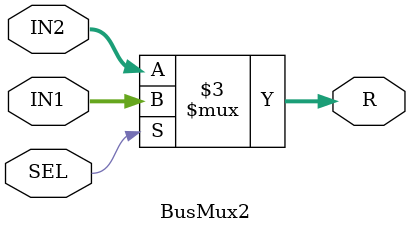
<source format=v>
`timescale 1ns / 1ps

module BusMux2(
    input [31:0] IN1,
    input [31:0] IN2,
    input SEL,
    output reg [31:0] R
    );

	always @(*)
	begin
		if (SEL) begin
			R = IN1;
		end else begin
			R = IN2;
		end
	end

endmodule

</source>
